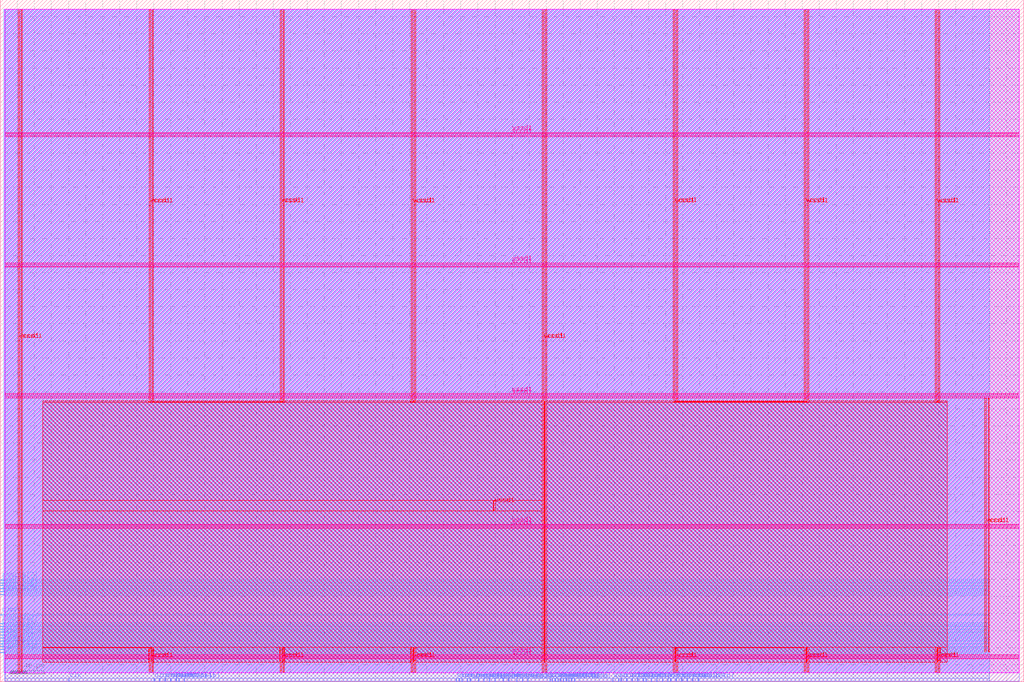
<source format=lef>
VERSION 5.7 ;
  NOWIREEXTENSIONATPIN ON ;
  DIVIDERCHAR "/" ;
  BUSBITCHARS "[]" ;
MACRO counter
  CLASS BLOCK ;
  FOREIGN counter ;
  ORIGIN 0.000 0.000 ;
  SIZE 1200.000 BY 800.000 ;
  PIN addr00[0]
    DIRECTION INPUT ;
    USE SIGNAL ;
    ANTENNAGATEAREA 0.647700 ;
    ANTENNADIFFAREA 0.434700 ;
    PORT
      LAYER met3 ;
        RECT 0.000 68.040 4.000 68.640 ;
    END
  END addr00[0]
  PIN addr00[1]
    DIRECTION INPUT ;
    USE SIGNAL ;
    ANTENNAGATEAREA 0.560700 ;
    ANTENNADIFFAREA 0.434700 ;
    PORT
      LAYER met3 ;
        RECT 0.000 40.840 4.000 41.440 ;
    END
  END addr00[1]
  PIN addr00[2]
    DIRECTION INPUT ;
    USE SIGNAL ;
    ANTENNAGATEAREA 0.560700 ;
    ANTENNADIFFAREA 0.434700 ;
    PORT
      LAYER met3 ;
        RECT 0.000 102.040 4.000 102.640 ;
    END
  END addr00[2]
  PIN addr00[3]
    DIRECTION INPUT ;
    USE SIGNAL ;
    ANTENNAGATEAREA 0.560700 ;
    ANTENNADIFFAREA 0.434700 ;
    PORT
      LAYER met3 ;
        RECT 0.000 115.640 4.000 116.240 ;
    END
  END addr00[3]
  PIN addr00[4]
    DIRECTION INPUT ;
    USE SIGNAL ;
    ANTENNAGATEAREA 0.560700 ;
    ANTENNADIFFAREA 0.434700 ;
    PORT
      LAYER met3 ;
        RECT 0.000 112.240 4.000 112.840 ;
    END
  END addr00[4]
  PIN addr00[5]
    DIRECTION INPUT ;
    USE SIGNAL ;
    ANTENNAGATEAREA 0.560700 ;
    ANTENNADIFFAREA 0.434700 ;
    PORT
      LAYER met3 ;
        RECT 0.000 105.440 4.000 106.040 ;
    END
  END addr00[5]
  PIN addr00[6]
    DIRECTION INPUT ;
    USE SIGNAL ;
    ANTENNAGATEAREA 0.560700 ;
    ANTENNADIFFAREA 0.434700 ;
    PORT
      LAYER met3 ;
        RECT 0.000 108.840 4.000 109.440 ;
    END
  END addr00[6]
  PIN addr00[7]
    DIRECTION INPUT ;
    USE SIGNAL ;
    ANTENNAGATEAREA 0.560700 ;
    ANTENNADIFFAREA 0.434700 ;
    PORT
      LAYER met3 ;
        RECT 0.000 119.040 4.000 119.640 ;
    END
  END addr00[7]
  PIN addr01[0]
    DIRECTION INPUT ;
    USE SIGNAL ;
    ANTENNAGATEAREA 0.631200 ;
    ANTENNADIFFAREA 0.434700 ;
    PORT
      LAYER met2 ;
        RECT 718.150 0.000 718.430 4.000 ;
    END
  END addr01[0]
  PIN addr01[1]
    DIRECTION INPUT ;
    USE SIGNAL ;
    ANTENNAGATEAREA 0.631200 ;
    ANTENNADIFFAREA 0.434700 ;
    PORT
      LAYER met2 ;
        RECT 724.590 0.000 724.870 4.000 ;
    END
  END addr01[1]
  PIN addr01[2]
    DIRECTION INPUT ;
    USE SIGNAL ;
    ANTENNAGATEAREA 0.647700 ;
    ANTENNADIFFAREA 0.434700 ;
    PORT
      LAYER met2 ;
        RECT 673.070 0.000 673.350 4.000 ;
    END
  END addr01[2]
  PIN addr01[3]
    DIRECTION INPUT ;
    USE SIGNAL ;
    ANTENNAGATEAREA 0.647700 ;
    ANTENNADIFFAREA 0.434700 ;
    PORT
      LAYER met2 ;
        RECT 663.410 0.000 663.690 4.000 ;
    END
  END addr01[3]
  PIN addr01[4]
    DIRECTION INPUT ;
    USE SIGNAL ;
    ANTENNAGATEAREA 0.647700 ;
    ANTENNADIFFAREA 0.434700 ;
    PORT
      LAYER met2 ;
        RECT 660.190 0.000 660.470 4.000 ;
    END
  END addr01[4]
  PIN addr01[5]
    DIRECTION INPUT ;
    USE SIGNAL ;
    ANTENNAGATEAREA 0.647700 ;
    ANTENNADIFFAREA 0.434700 ;
    PORT
      LAYER met2 ;
        RECT 653.750 0.000 654.030 4.000 ;
    END
  END addr01[5]
  PIN addr01[6]
    DIRECTION INPUT ;
    USE SIGNAL ;
    ANTENNAGATEAREA 0.647700 ;
    ANTENNADIFFAREA 0.434700 ;
    PORT
      LAYER met2 ;
        RECT 666.630 0.000 666.910 4.000 ;
    END
  END addr01[6]
  PIN addr01[7]
    DIRECTION INPUT ;
    USE SIGNAL ;
    ANTENNAGATEAREA 0.647700 ;
    ANTENNADIFFAREA 0.434700 ;
    PORT
      LAYER met2 ;
        RECT 669.850 0.000 670.130 4.000 ;
    END
  END addr01[7]
  PIN clk
    DIRECTION INPUT ;
    USE SIGNAL ;
    ANTENNAGATEAREA 1.286700 ;
    ANTENNADIFFAREA 0.434700 ;
    PORT
      LAYER met2 ;
        RECT 80.590 0.000 80.870 4.000 ;
    END
  END clk
  PIN csb00
    DIRECTION INPUT ;
    USE SIGNAL ;
    ANTENNAGATEAREA 0.631200 ;
    ANTENNADIFFAREA 0.434700 ;
    PORT
      LAYER met3 ;
        RECT 0.000 78.240 4.000 78.840 ;
    END
  END csb00
  PIN csb01
    DIRECTION INPUT ;
    USE SIGNAL ;
    ANTENNAGATEAREA 0.631200 ;
    ANTENNADIFFAREA 0.434700 ;
    PORT
      LAYER met2 ;
        RECT 650.530 0.000 650.810 4.000 ;
    END
  END csb01
  PIN din00[0]
    DIRECTION INPUT ;
    USE SIGNAL ;
    ANTENNAGATEAREA 0.647700 ;
    ANTENNADIFFAREA 0.434700 ;
    PORT
      LAYER met3 ;
        RECT 0.000 34.040 4.000 34.640 ;
    END
  END din00[0]
  PIN din00[10]
    DIRECTION INPUT ;
    USE SIGNAL ;
    ANTENNAGATEAREA 0.631200 ;
    ANTENNADIFFAREA 0.434700 ;
    PORT
      LAYER met2 ;
        RECT 186.850 0.000 187.130 4.000 ;
    END
  END din00[10]
  PIN din00[11]
    DIRECTION INPUT ;
    USE SIGNAL ;
    ANTENNAGATEAREA 0.631200 ;
    ANTENNADIFFAREA 0.434700 ;
    PORT
      LAYER met2 ;
        RECT 193.290 0.000 193.570 4.000 ;
    END
  END din00[11]
  PIN din00[12]
    DIRECTION INPUT ;
    USE SIGNAL ;
    ANTENNAGATEAREA 0.631200 ;
    ANTENNADIFFAREA 0.434700 ;
    PORT
      LAYER met2 ;
        RECT 199.730 0.000 200.010 4.000 ;
    END
  END din00[12]
  PIN din00[13]
    DIRECTION INPUT ;
    USE SIGNAL ;
    ANTENNAGATEAREA 0.631200 ;
    ANTENNADIFFAREA 0.434700 ;
    PORT
      LAYER met2 ;
        RECT 206.170 0.000 206.450 4.000 ;
    END
  END din00[13]
  PIN din00[14]
    DIRECTION INPUT ;
    USE SIGNAL ;
    ANTENNAGATEAREA 0.631200 ;
    ANTENNADIFFAREA 0.434700 ;
    PORT
      LAYER met2 ;
        RECT 209.390 0.000 209.670 4.000 ;
    END
  END din00[14]
  PIN din00[15]
    DIRECTION INPUT ;
    USE SIGNAL ;
    ANTENNAGATEAREA 0.631200 ;
    ANTENNADIFFAREA 0.434700 ;
    PORT
      LAYER met2 ;
        RECT 215.830 0.000 216.110 4.000 ;
    END
  END din00[15]
  PIN din00[1]
    DIRECTION INPUT ;
    USE SIGNAL ;
    ANTENNAGATEAREA 0.647700 ;
    ANTENNADIFFAREA 0.434700 ;
    PORT
      LAYER met3 ;
        RECT 0.000 47.640 4.000 48.240 ;
    END
  END din00[1]
  PIN din00[2]
    DIRECTION INPUT ;
    USE SIGNAL ;
    ANTENNAGATEAREA 0.647700 ;
    ANTENNADIFFAREA 0.434700 ;
    PORT
      LAYER met3 ;
        RECT 0.000 54.440 4.000 55.040 ;
    END
  END din00[2]
  PIN din00[3]
    DIRECTION INPUT ;
    USE SIGNAL ;
    ANTENNAGATEAREA 0.647700 ;
    ANTENNADIFFAREA 0.434700 ;
    PORT
      LAYER met3 ;
        RECT 0.000 44.240 4.000 44.840 ;
    END
  END din00[3]
  PIN din00[4]
    DIRECTION INPUT ;
    USE SIGNAL ;
    ANTENNAGATEAREA 0.647700 ;
    ANTENNADIFFAREA 0.434700 ;
    PORT
      LAYER met3 ;
        RECT 0.000 61.240 4.000 61.840 ;
    END
  END din00[4]
  PIN din00[5]
    DIRECTION INPUT ;
    USE SIGNAL ;
    ANTENNAGATEAREA 0.647700 ;
    ANTENNADIFFAREA 0.434700 ;
    PORT
      LAYER met3 ;
        RECT 0.000 37.440 4.000 38.040 ;
    END
  END din00[5]
  PIN din00[6]
    DIRECTION INPUT ;
    USE SIGNAL ;
    ANTENNAGATEAREA 0.647700 ;
    ANTENNADIFFAREA 0.434700 ;
    PORT
      LAYER met3 ;
        RECT 0.000 51.040 4.000 51.640 ;
    END
  END din00[6]
  PIN din00[7]
    DIRECTION INPUT ;
    USE SIGNAL ;
    ANTENNAGATEAREA 0.647700 ;
    ANTENNADIFFAREA 0.434700 ;
    PORT
      LAYER met3 ;
        RECT 0.000 64.640 4.000 65.240 ;
    END
  END din00[7]
  PIN din00[8]
    DIRECTION INPUT ;
    USE SIGNAL ;
    ANTENNAGATEAREA 0.647700 ;
    ANTENNADIFFAREA 0.434700 ;
    PORT
      LAYER met3 ;
        RECT 0.000 57.840 4.000 58.440 ;
    END
  END din00[8]
  PIN din00[9]
    DIRECTION INPUT ;
    USE SIGNAL ;
    ANTENNAGATEAREA 0.631200 ;
    ANTENNADIFFAREA 0.434700 ;
    PORT
      LAYER met2 ;
        RECT 180.410 0.000 180.690 4.000 ;
    END
  END din00[9]
  PIN din01[0]
    DIRECTION INPUT ;
    USE SIGNAL ;
    ANTENNAGATEAREA 0.631200 ;
    ANTENNADIFFAREA 0.434700 ;
    PORT
      LAYER met2 ;
        RECT 727.810 0.000 728.090 4.000 ;
    END
  END din01[0]
  PIN din01[10]
    DIRECTION INPUT ;
    USE SIGNAL ;
    ANTENNAGATEAREA 0.631200 ;
    ANTENNADIFFAREA 0.434700 ;
    PORT
      LAYER met2 ;
        RECT 785.770 0.000 786.050 4.000 ;
    END
  END din01[10]
  PIN din01[11]
    DIRECTION INPUT ;
    USE SIGNAL ;
    ANTENNAGATEAREA 0.631200 ;
    ANTENNADIFFAREA 0.434700 ;
    PORT
      LAYER met2 ;
        RECT 792.210 0.000 792.490 4.000 ;
    END
  END din01[11]
  PIN din01[12]
    DIRECTION INPUT ;
    USE SIGNAL ;
    ANTENNAGATEAREA 0.631200 ;
    ANTENNADIFFAREA 0.434700 ;
    PORT
      LAYER met2 ;
        RECT 798.650 0.000 798.930 4.000 ;
    END
  END din01[12]
  PIN din01[13]
    DIRECTION INPUT ;
    USE SIGNAL ;
    ANTENNAGATEAREA 0.631200 ;
    ANTENNADIFFAREA 0.434700 ;
    PORT
      LAYER met2 ;
        RECT 805.090 0.000 805.370 4.000 ;
    END
  END din01[13]
  PIN din01[14]
    DIRECTION INPUT ;
    USE SIGNAL ;
    ANTENNAGATEAREA 0.631200 ;
    ANTENNADIFFAREA 0.434700 ;
    PORT
      LAYER met2 ;
        RECT 811.530 0.000 811.810 4.000 ;
    END
  END din01[14]
  PIN din01[15]
    DIRECTION INPUT ;
    USE SIGNAL ;
    ANTENNAGATEAREA 0.631200 ;
    ANTENNADIFFAREA 0.434700 ;
    PORT
      LAYER met2 ;
        RECT 817.970 0.000 818.250 4.000 ;
    END
  END din01[15]
  PIN din01[1]
    DIRECTION INPUT ;
    USE SIGNAL ;
    ANTENNAGATEAREA 0.631200 ;
    ANTENNADIFFAREA 0.434700 ;
    PORT
      LAYER met2 ;
        RECT 734.250 0.000 734.530 4.000 ;
    END
  END din01[1]
  PIN din01[2]
    DIRECTION INPUT ;
    USE SIGNAL ;
    ANTENNAGATEAREA 0.631200 ;
    ANTENNADIFFAREA 0.434700 ;
    PORT
      LAYER met2 ;
        RECT 740.690 0.000 740.970 4.000 ;
    END
  END din01[2]
  PIN din01[3]
    DIRECTION INPUT ;
    USE SIGNAL ;
    ANTENNAGATEAREA 0.631200 ;
    ANTENNADIFFAREA 0.434700 ;
    PORT
      LAYER met2 ;
        RECT 747.130 0.000 747.410 4.000 ;
    END
  END din01[3]
  PIN din01[4]
    DIRECTION INPUT ;
    USE SIGNAL ;
    ANTENNAGATEAREA 0.631200 ;
    ANTENNADIFFAREA 0.434700 ;
    PORT
      LAYER met2 ;
        RECT 753.570 0.000 753.850 4.000 ;
    END
  END din01[4]
  PIN din01[5]
    DIRECTION INPUT ;
    USE SIGNAL ;
    ANTENNAGATEAREA 0.631200 ;
    ANTENNADIFFAREA 0.434700 ;
    PORT
      LAYER met2 ;
        RECT 756.790 0.000 757.070 4.000 ;
    END
  END din01[5]
  PIN din01[6]
    DIRECTION INPUT ;
    USE SIGNAL ;
    ANTENNAGATEAREA 0.631200 ;
    ANTENNADIFFAREA 0.434700 ;
    PORT
      LAYER met2 ;
        RECT 763.230 0.000 763.510 4.000 ;
    END
  END din01[6]
  PIN din01[7]
    DIRECTION INPUT ;
    USE SIGNAL ;
    ANTENNAGATEAREA 0.631200 ;
    ANTENNADIFFAREA 0.434700 ;
    PORT
      LAYER met2 ;
        RECT 769.670 0.000 769.950 4.000 ;
    END
  END din01[7]
  PIN din01[8]
    DIRECTION INPUT ;
    USE SIGNAL ;
    ANTENNAGATEAREA 0.631200 ;
    ANTENNADIFFAREA 0.434700 ;
    PORT
      LAYER met2 ;
        RECT 776.110 0.000 776.390 4.000 ;
    END
  END din01[8]
  PIN din01[9]
    DIRECTION INPUT ;
    USE SIGNAL ;
    ANTENNAGATEAREA 0.631200 ;
    ANTENNADIFFAREA 0.434700 ;
    PORT
      LAYER met2 ;
        RECT 782.550 0.000 782.830 4.000 ;
    END
  END din01[9]
  PIN rst
    DIRECTION INPUT ;
    USE SIGNAL ;
    ANTENNAGATEAREA 0.631200 ;
    ANTENNADIFFAREA 0.434700 ;
    PORT
      LAYER met2 ;
        RECT 541.050 0.000 541.330 4.000 ;
    END
  END rst
  PIN sine_out[0]
    DIRECTION OUTPUT ;
    USE SIGNAL ;
    ANTENNADIFFAREA 0.445500 ;
    PORT
      LAYER met2 ;
        RECT 534.610 0.000 534.890 4.000 ;
    END
  END sine_out[0]
  PIN sine_out[10]
    DIRECTION OUTPUT ;
    USE SIGNAL ;
    ANTENNADIFFAREA 0.445500 ;
    PORT
      LAYER met2 ;
        RECT 605.450 0.000 605.730 4.000 ;
    END
  END sine_out[10]
  PIN sine_out[11]
    DIRECTION OUTPUT ;
    USE SIGNAL ;
    ANTENNADIFFAREA 0.445500 ;
    PORT
      LAYER met2 ;
        RECT 611.890 0.000 612.170 4.000 ;
    END
  END sine_out[11]
  PIN sine_out[12]
    DIRECTION OUTPUT ;
    USE SIGNAL ;
    ANTENNADIFFAREA 0.445500 ;
    PORT
      LAYER met2 ;
        RECT 618.330 0.000 618.610 4.000 ;
    END
  END sine_out[12]
  PIN sine_out[13]
    DIRECTION OUTPUT ;
    USE SIGNAL ;
    ANTENNADIFFAREA 0.795200 ;
    PORT
      LAYER met2 ;
        RECT 647.310 0.000 647.590 4.000 ;
    END
  END sine_out[13]
  PIN sine_out[14]
    DIRECTION OUTPUT ;
    USE SIGNAL ;
    ANTENNADIFFAREA 0.891000 ;
    PORT
      LAYER met2 ;
        RECT 644.090 0.000 644.370 4.000 ;
    END
  END sine_out[14]
  PIN sine_out[15]
    DIRECTION OUTPUT ;
    USE SIGNAL ;
    ANTENNADIFFAREA 0.445500 ;
    PORT
      LAYER met2 ;
        RECT 656.970 0.000 657.250 4.000 ;
    END
  END sine_out[15]
  PIN sine_out[1]
    DIRECTION OUTPUT ;
    USE SIGNAL ;
    ANTENNADIFFAREA 0.445500 ;
    PORT
      LAYER met2 ;
        RECT 537.830 0.000 538.110 4.000 ;
    END
  END sine_out[1]
  PIN sine_out[2]
    DIRECTION OUTPUT ;
    USE SIGNAL ;
    ANTENNADIFFAREA 0.445500 ;
    PORT
      LAYER met2 ;
        RECT 547.490 0.000 547.770 4.000 ;
    END
  END sine_out[2]
  PIN sine_out[3]
    DIRECTION OUTPUT ;
    USE SIGNAL ;
    ANTENNADIFFAREA 0.445500 ;
    PORT
      LAYER met2 ;
        RECT 550.710 0.000 550.990 4.000 ;
    END
  END sine_out[3]
  PIN sine_out[4]
    DIRECTION OUTPUT ;
    USE SIGNAL ;
    ANTENNADIFFAREA 0.445500 ;
    PORT
      LAYER met2 ;
        RECT 560.370 0.000 560.650 4.000 ;
    END
  END sine_out[4]
  PIN sine_out[5]
    DIRECTION OUTPUT ;
    USE SIGNAL ;
    ANTENNADIFFAREA 0.445500 ;
    PORT
      LAYER met2 ;
        RECT 566.810 0.000 567.090 4.000 ;
    END
  END sine_out[5]
  PIN sine_out[6]
    DIRECTION OUTPUT ;
    USE SIGNAL ;
    ANTENNADIFFAREA 0.445500 ;
    PORT
      LAYER met2 ;
        RECT 573.250 0.000 573.530 4.000 ;
    END
  END sine_out[6]
  PIN sine_out[7]
    DIRECTION OUTPUT ;
    USE SIGNAL ;
    ANTENNADIFFAREA 0.445500 ;
    PORT
      LAYER met2 ;
        RECT 579.690 0.000 579.970 4.000 ;
    END
  END sine_out[7]
  PIN sine_out[8]
    DIRECTION OUTPUT ;
    USE SIGNAL ;
    ANTENNADIFFAREA 0.445500 ;
    PORT
      LAYER met2 ;
        RECT 589.350 0.000 589.630 4.000 ;
    END
  END sine_out[8]
  PIN sine_out[9]
    DIRECTION OUTPUT ;
    USE SIGNAL ;
    ANTENNADIFFAREA 0.445500 ;
    PORT
      LAYER met2 ;
        RECT 595.790 0.000 596.070 4.000 ;
    END
  END sine_out[9]
  PIN vccd1
    DIRECTION INOUT ;
    USE POWER ;
    PORT
      LAYER met4 ;
        RECT 21.040 10.640 22.640 789.040 ;
    END
    PORT
      LAYER met4 ;
        RECT 174.640 10.640 176.240 39.400 ;
    END
    PORT
      LAYER met4 ;
        RECT 174.640 328.250 176.240 789.040 ;
    END
    PORT
      LAYER met4 ;
        RECT 328.240 10.640 329.840 40.320 ;
    END
    PORT
      LAYER met4 ;
        RECT 328.240 328.880 329.840 789.040 ;
    END
    PORT
      LAYER met4 ;
        RECT 481.840 10.640 483.440 40.320 ;
    END
    PORT
      LAYER met4 ;
        RECT 481.840 328.250 483.440 789.040 ;
    END
    PORT
      LAYER met4 ;
        RECT 635.440 10.640 637.040 789.040 ;
    END
    PORT
      LAYER met4 ;
        RECT 789.040 10.640 790.640 40.320 ;
    END
    PORT
      LAYER met4 ;
        RECT 789.040 328.250 790.640 789.040 ;
    END
    PORT
      LAYER met4 ;
        RECT 942.640 10.640 944.240 40.320 ;
    END
    PORT
      LAYER met4 ;
        RECT 942.640 328.880 944.240 789.040 ;
    END
    PORT
      LAYER met4 ;
        RECT 1096.240 10.640 1097.840 40.320 ;
    END
    PORT
      LAYER met4 ;
        RECT 1096.240 328.250 1097.840 789.040 ;
    END
    PORT
      LAYER met5 ;
        RECT 5.280 26.730 1194.400 28.330 ;
    END
    PORT
      LAYER met5 ;
        RECT 5.280 179.910 1194.400 181.510 ;
    END
    PORT
      LAYER met5 ;
        RECT 5.280 333.090 1194.400 334.690 ;
    END
    PORT
      LAYER met5 ;
        RECT 5.280 486.270 1194.400 487.870 ;
    END
    PORT
      LAYER met5 ;
        RECT 5.280 639.450 1194.400 641.050 ;
    END
    PORT
      LAYER met4 ;
        RECT 1154.260 35.120 1155.860 332.080 ;
    END
  END vccd1
  PIN vssd1
    DIRECTION INOUT ;
    USE GROUND ;
    PORT
      LAYER met4 ;
        RECT 24.340 10.640 25.940 789.040 ;
    END
    PORT
      LAYER met4 ;
        RECT 177.940 10.640 179.540 40.320 ;
    END
    PORT
      LAYER met4 ;
        RECT 177.940 328.250 179.540 789.040 ;
    END
    PORT
      LAYER met4 ;
        RECT 331.540 10.640 333.140 40.320 ;
    END
    PORT
      LAYER met4 ;
        RECT 331.540 328.250 333.140 789.040 ;
    END
    PORT
      LAYER met4 ;
        RECT 485.140 10.640 486.740 40.320 ;
    END
    PORT
      LAYER met4 ;
        RECT 485.140 328.250 486.740 789.040 ;
    END
    PORT
      LAYER met4 ;
        RECT 638.740 10.640 640.340 789.040 ;
    END
    PORT
      LAYER met4 ;
        RECT 792.340 10.640 793.940 39.400 ;
    END
    PORT
      LAYER met4 ;
        RECT 792.340 329.170 793.940 789.040 ;
    END
    PORT
      LAYER met4 ;
        RECT 945.940 10.640 947.540 40.320 ;
    END
    PORT
      LAYER met4 ;
        RECT 945.940 328.250 947.540 789.040 ;
    END
    PORT
      LAYER met4 ;
        RECT 1099.540 10.640 1101.140 40.320 ;
    END
    PORT
      LAYER met4 ;
        RECT 1099.540 328.250 1101.140 789.040 ;
    END
    PORT
      LAYER met5 ;
        RECT 5.280 30.030 1194.400 31.630 ;
    END
    PORT
      LAYER met5 ;
        RECT 5.280 183.210 1194.400 184.810 ;
    END
    PORT
      LAYER met5 ;
        RECT 5.280 336.390 1194.400 337.990 ;
    END
    PORT
      LAYER met5 ;
        RECT 5.280 489.570 1194.400 491.170 ;
    END
    PORT
      LAYER met5 ;
        RECT 5.280 642.750 1194.400 644.350 ;
    END
    PORT
      LAYER met4 ;
        RECT 578.340 201.040 579.940 212.400 ;
    END
    PORT
      LAYER met4 ;
        RECT 1157.940 35.120 1159.540 332.080 ;
    END
  END vssd1
  OBS
      LAYER nwell ;
        RECT 5.330 10.795 1194.350 788.885 ;
      LAYER li1 ;
        RECT 5.520 10.795 1194.160 788.885 ;
      LAYER met1 ;
        RECT 5.520 0.380 1194.160 789.040 ;
      LAYER met2 ;
        RECT 6.070 4.280 1159.510 788.985 ;
        RECT 6.070 0.350 80.310 4.280 ;
        RECT 81.150 0.350 180.130 4.280 ;
        RECT 180.970 0.350 186.570 4.280 ;
        RECT 187.410 0.350 193.010 4.280 ;
        RECT 193.850 0.350 199.450 4.280 ;
        RECT 200.290 0.350 205.890 4.280 ;
        RECT 206.730 0.350 209.110 4.280 ;
        RECT 209.950 0.350 215.550 4.280 ;
        RECT 216.390 0.350 534.330 4.280 ;
        RECT 535.170 0.350 537.550 4.280 ;
        RECT 538.390 0.350 540.770 4.280 ;
        RECT 541.610 0.350 547.210 4.280 ;
        RECT 548.050 0.350 550.430 4.280 ;
        RECT 551.270 0.350 560.090 4.280 ;
        RECT 560.930 0.350 566.530 4.280 ;
        RECT 567.370 0.350 572.970 4.280 ;
        RECT 573.810 0.350 579.410 4.280 ;
        RECT 580.250 0.350 589.070 4.280 ;
        RECT 589.910 0.350 595.510 4.280 ;
        RECT 596.350 0.350 605.170 4.280 ;
        RECT 606.010 0.350 611.610 4.280 ;
        RECT 612.450 0.350 618.050 4.280 ;
        RECT 618.890 0.350 643.810 4.280 ;
        RECT 644.650 0.350 647.030 4.280 ;
        RECT 647.870 0.350 650.250 4.280 ;
        RECT 651.090 0.350 653.470 4.280 ;
        RECT 654.310 0.350 656.690 4.280 ;
        RECT 657.530 0.350 659.910 4.280 ;
        RECT 660.750 0.350 663.130 4.280 ;
        RECT 663.970 0.350 666.350 4.280 ;
        RECT 667.190 0.350 669.570 4.280 ;
        RECT 670.410 0.350 672.790 4.280 ;
        RECT 673.630 0.350 717.870 4.280 ;
        RECT 718.710 0.350 724.310 4.280 ;
        RECT 725.150 0.350 727.530 4.280 ;
        RECT 728.370 0.350 733.970 4.280 ;
        RECT 734.810 0.350 740.410 4.280 ;
        RECT 741.250 0.350 746.850 4.280 ;
        RECT 747.690 0.350 753.290 4.280 ;
        RECT 754.130 0.350 756.510 4.280 ;
        RECT 757.350 0.350 762.950 4.280 ;
        RECT 763.790 0.350 769.390 4.280 ;
        RECT 770.230 0.350 775.830 4.280 ;
        RECT 776.670 0.350 782.270 4.280 ;
        RECT 783.110 0.350 785.490 4.280 ;
        RECT 786.330 0.350 791.930 4.280 ;
        RECT 792.770 0.350 798.370 4.280 ;
        RECT 799.210 0.350 804.810 4.280 ;
        RECT 805.650 0.350 811.250 4.280 ;
        RECT 812.090 0.350 817.690 4.280 ;
        RECT 818.530 0.350 1159.510 4.280 ;
      LAYER met3 ;
        RECT 4.000 120.040 1159.530 788.965 ;
        RECT 4.400 118.640 1159.530 120.040 ;
        RECT 4.000 116.640 1159.530 118.640 ;
        RECT 4.400 115.240 1159.530 116.640 ;
        RECT 4.000 113.240 1159.530 115.240 ;
        RECT 4.400 111.840 1159.530 113.240 ;
        RECT 4.000 109.840 1159.530 111.840 ;
        RECT 4.400 108.440 1159.530 109.840 ;
        RECT 4.000 106.440 1159.530 108.440 ;
        RECT 4.400 105.040 1159.530 106.440 ;
        RECT 4.000 103.040 1159.530 105.040 ;
        RECT 4.400 101.640 1159.530 103.040 ;
        RECT 4.000 79.240 1159.530 101.640 ;
        RECT 4.400 77.840 1159.530 79.240 ;
        RECT 4.000 69.040 1159.530 77.840 ;
        RECT 4.400 67.640 1159.530 69.040 ;
        RECT 4.000 65.640 1159.530 67.640 ;
        RECT 4.400 64.240 1159.530 65.640 ;
        RECT 4.000 62.240 1159.530 64.240 ;
        RECT 4.400 60.840 1159.530 62.240 ;
        RECT 4.000 58.840 1159.530 60.840 ;
        RECT 4.400 57.440 1159.530 58.840 ;
        RECT 4.000 55.440 1159.530 57.440 ;
        RECT 4.400 54.040 1159.530 55.440 ;
        RECT 4.000 52.040 1159.530 54.040 ;
        RECT 4.400 50.640 1159.530 52.040 ;
        RECT 4.000 48.640 1159.530 50.640 ;
        RECT 4.400 47.240 1159.530 48.640 ;
        RECT 4.000 45.240 1159.530 47.240 ;
        RECT 4.400 43.840 1159.530 45.240 ;
        RECT 4.000 41.840 1159.530 43.840 ;
        RECT 4.400 40.440 1159.530 41.840 ;
        RECT 4.000 38.440 1159.530 40.440 ;
        RECT 4.400 37.040 1159.530 38.440 ;
        RECT 4.000 35.040 1159.530 37.040 ;
        RECT 4.400 33.640 1159.530 35.040 ;
        RECT 4.000 10.715 1159.530 33.640 ;
      LAYER met4 ;
        RECT 50.000 327.850 174.240 329.625 ;
        RECT 176.640 327.850 177.540 329.625 ;
        RECT 179.940 328.480 327.840 329.625 ;
        RECT 330.240 328.480 331.140 329.625 ;
        RECT 179.940 327.850 331.140 328.480 ;
        RECT 333.540 327.850 481.440 329.625 ;
        RECT 483.840 327.850 484.740 329.625 ;
        RECT 487.140 327.850 635.040 329.625 ;
        RECT 50.000 212.800 635.040 327.850 ;
        RECT 50.000 200.640 577.940 212.800 ;
        RECT 580.340 200.640 635.040 212.800 ;
        RECT 50.000 40.720 635.040 200.640 ;
        RECT 50.000 39.800 177.540 40.720 ;
        RECT 50.000 22.615 174.240 39.800 ;
        RECT 176.640 22.615 177.540 39.800 ;
        RECT 179.940 22.615 327.840 40.720 ;
        RECT 330.240 22.615 331.140 40.720 ;
        RECT 333.540 22.615 481.440 40.720 ;
        RECT 483.840 22.615 484.740 40.720 ;
        RECT 487.140 22.615 635.040 40.720 ;
        RECT 637.440 22.615 638.340 329.625 ;
        RECT 640.740 327.850 788.640 329.625 ;
        RECT 791.040 328.770 791.940 329.625 ;
        RECT 794.340 328.770 942.240 329.625 ;
        RECT 791.040 328.480 942.240 328.770 ;
        RECT 944.640 328.480 945.540 329.625 ;
        RECT 791.040 327.850 945.540 328.480 ;
        RECT 947.940 327.850 1095.840 329.625 ;
        RECT 1098.240 327.850 1099.140 329.625 ;
        RECT 1101.540 327.850 1109.900 329.625 ;
        RECT 640.740 40.720 1109.900 327.850 ;
        RECT 640.740 22.615 788.640 40.720 ;
        RECT 791.040 39.800 942.240 40.720 ;
        RECT 791.040 22.615 791.940 39.800 ;
        RECT 794.340 22.615 942.240 39.800 ;
        RECT 944.640 22.615 945.540 40.720 ;
        RECT 947.940 22.615 1095.840 40.720 ;
        RECT 1098.240 22.615 1099.140 40.720 ;
        RECT 1101.540 22.615 1109.900 40.720 ;
  END
END counter
END LIBRARY


</source>
